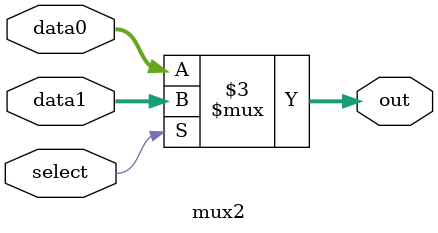
<source format=sv>
module mux2
	(
	// ------------------------------------------------------------ 
	// Inputs
	// ------------------------------------------------------------
	input [15:0] data1,
	input [15:0] data0,
	input select,
	// ------------------------------------------------------------

	// ------------------------------------------------------------ 
	// Outputs
	// ------------------------------------------------------------
	output [15:0] out
	// ------------------------------------------------------------ 
	);

// -------------------------------------------------------------------- 
// Logic Declaration
// --------------------------------------------------------------------	
	always @(*) begin

		if(select) out = data1;
		else out = data0;

	end
// --------------------------------------------------------------------
endmodule
// --------------------------------------------------------------------


</source>
